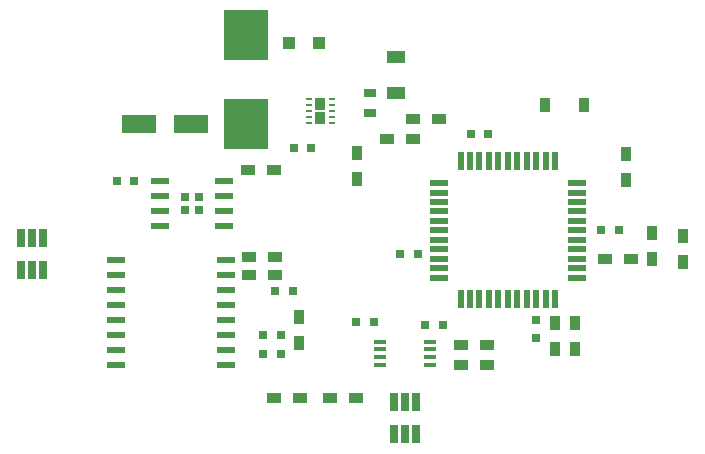
<source format=gbr>
G04 #@! TF.FileFunction,Paste,Top*
%FSLAX46Y46*%
G04 Gerber Fmt 4.6, Leading zero omitted, Abs format (unit mm)*
G04 Created by KiCad (PCBNEW 4.0.4-stable) date 02/07/17 14:21:35*
%MOMM*%
%LPD*%
G01*
G04 APERTURE LIST*
%ADD10C,0.100000*%
%ADD11R,0.560000X1.600000*%
%ADD12R,1.600000X0.560000*%
%ADD13R,3.000000X1.600000*%
%ADD14R,0.800000X0.750000*%
%ADD15R,1.600000X1.000000*%
%ADD16R,0.750000X0.800000*%
%ADD17R,0.900000X1.200000*%
%ADD18R,1.000000X1.000000*%
%ADD19R,3.810000X4.240000*%
%ADD20R,1.000000X0.700000*%
%ADD21R,1.200000X0.900000*%
%ADD22R,1.550000X0.600000*%
%ADD23R,0.705000X0.705000*%
%ADD24R,1.500000X0.600000*%
%ADD25R,0.650000X1.560000*%
%ADD26R,0.840000X1.000000*%
%ADD27R,0.500000X0.250000*%
%ADD28R,1.100000X0.400000*%
G04 APERTURE END LIST*
D10*
D11*
X133990000Y-77875000D03*
X133190000Y-77875000D03*
X132390000Y-77875000D03*
X131590000Y-77875000D03*
X130790000Y-77875000D03*
X129990000Y-77875000D03*
X129190000Y-77875000D03*
X128390000Y-77875000D03*
X127590000Y-77875000D03*
X126790000Y-77875000D03*
X125990000Y-77875000D03*
D12*
X124140000Y-79725000D03*
X124140000Y-80525000D03*
X124140000Y-81325000D03*
X124140000Y-82125000D03*
X124140000Y-82925000D03*
X124140000Y-83725000D03*
X124140000Y-84525000D03*
X124140000Y-85325000D03*
X124140000Y-86125000D03*
X124140000Y-86925000D03*
X124140000Y-87725000D03*
D11*
X125990000Y-89575000D03*
X126790000Y-89575000D03*
X127590000Y-89575000D03*
X128390000Y-89575000D03*
X129190000Y-89575000D03*
X129990000Y-89575000D03*
X130790000Y-89575000D03*
X131590000Y-89575000D03*
X132390000Y-89575000D03*
X133190000Y-89575000D03*
X133990000Y-89575000D03*
D12*
X135840000Y-87725000D03*
X135840000Y-86925000D03*
X135840000Y-86125000D03*
X135840000Y-85325000D03*
X135840000Y-84525000D03*
X135840000Y-83725000D03*
X135840000Y-82925000D03*
X135840000Y-82125000D03*
X135840000Y-81325000D03*
X135840000Y-80525000D03*
X135840000Y-79725000D03*
D13*
X103195000Y-74745000D03*
X98795000Y-74745000D03*
D14*
X98370000Y-79545000D03*
X96870000Y-79545000D03*
X111845000Y-76755000D03*
X113345000Y-76755000D03*
D15*
X120495000Y-72055000D03*
X120495000Y-69055000D03*
D14*
X110315000Y-88825000D03*
X111815000Y-88825000D03*
X109275000Y-92605000D03*
X110775000Y-92605000D03*
X109285000Y-94155000D03*
X110785000Y-94155000D03*
X128340000Y-75590000D03*
X126840000Y-75590000D03*
D16*
X132385000Y-92835000D03*
X132385000Y-91335000D03*
D14*
X120875000Y-85765000D03*
X122375000Y-85765000D03*
X139365000Y-83715000D03*
X137865000Y-83715000D03*
D17*
X135695000Y-91565000D03*
X135695000Y-93765000D03*
X142205000Y-83915000D03*
X142205000Y-86115000D03*
D18*
X111495000Y-67870000D03*
X113995000Y-67870000D03*
D19*
X107820000Y-74740000D03*
X107820000Y-67200000D03*
D20*
X118305000Y-73755000D03*
X118305000Y-72055000D03*
D21*
X110175000Y-78595000D03*
X107975000Y-78595000D03*
D17*
X117245000Y-79345000D03*
X117245000Y-77145000D03*
D21*
X110300000Y-87530000D03*
X108100000Y-87530000D03*
X108100000Y-85980000D03*
X110300000Y-85980000D03*
D17*
X112305000Y-93295000D03*
X112305000Y-91095000D03*
X133985000Y-91565000D03*
X133985000Y-93765000D03*
D21*
X138195000Y-86120000D03*
X140395000Y-86120000D03*
X128215000Y-95115000D03*
X126015000Y-95115000D03*
X128225000Y-93455000D03*
X126025000Y-93455000D03*
X121965000Y-74285000D03*
X124165000Y-74285000D03*
X119760000Y-75950000D03*
X121960000Y-75950000D03*
X110180000Y-97890000D03*
X112380000Y-97890000D03*
X117150000Y-97900000D03*
X114950000Y-97900000D03*
D22*
X105945000Y-83350000D03*
X105945000Y-82080000D03*
X105945000Y-80810000D03*
X105945000Y-79540000D03*
X100545000Y-79540000D03*
X100545000Y-80810000D03*
X100545000Y-82080000D03*
X100545000Y-83350000D03*
D23*
X102657500Y-80857500D03*
X102657500Y-82032500D03*
X103832500Y-80857500D03*
X103832500Y-82032500D03*
D24*
X96810000Y-86255000D03*
X96810000Y-87525000D03*
X96810000Y-88795000D03*
X96810000Y-90065000D03*
X96810000Y-91335000D03*
X96810000Y-92605000D03*
X96810000Y-93875000D03*
X96810000Y-95145000D03*
X106110000Y-95145000D03*
X106110000Y-93875000D03*
X106110000Y-92605000D03*
X106110000Y-91335000D03*
X106110000Y-90065000D03*
X106110000Y-88795000D03*
X106110000Y-87525000D03*
X106110000Y-86255000D03*
D25*
X122240000Y-98260000D03*
X121290000Y-98260000D03*
X120340000Y-98260000D03*
X120340000Y-100960000D03*
X122240000Y-100960000D03*
X121290000Y-100960000D03*
X88740000Y-87100000D03*
X89690000Y-87100000D03*
X90640000Y-87100000D03*
X90640000Y-84400000D03*
X88740000Y-84400000D03*
X89690000Y-84400000D03*
D26*
X114115000Y-74215000D03*
D27*
X115065000Y-72615000D03*
X115065000Y-73115000D03*
X115065000Y-74615000D03*
X115065000Y-74115000D03*
X115065000Y-73615000D03*
X113165000Y-74615000D03*
X113165000Y-74115000D03*
X113165000Y-72615000D03*
X113165000Y-73115000D03*
X113165000Y-73615000D03*
D26*
X114115000Y-73015000D03*
D28*
X119130000Y-93135000D03*
X119130000Y-93785000D03*
X119130000Y-94435000D03*
X119130000Y-95085000D03*
X123430000Y-95085000D03*
X123430000Y-94435000D03*
X123430000Y-93785000D03*
X123430000Y-93135000D03*
D14*
X117140000Y-91460000D03*
X118640000Y-91460000D03*
X124480000Y-91740000D03*
X122980000Y-91740000D03*
D17*
X133150000Y-73120000D03*
X136450000Y-73120000D03*
X139970000Y-79490000D03*
X139970000Y-77290000D03*
X144830000Y-84210000D03*
X144830000Y-86410000D03*
M02*

</source>
